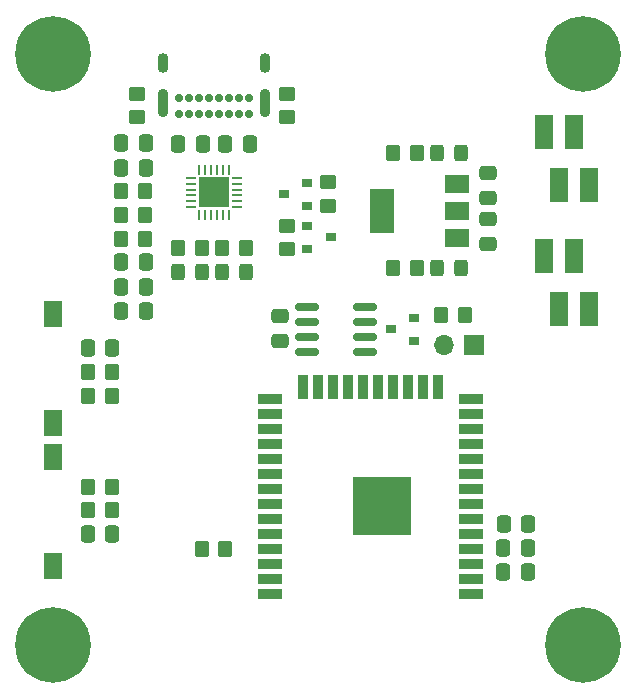
<source format=gbr>
%TF.GenerationSoftware,KiCad,Pcbnew,(6.0.2)*%
%TF.CreationDate,2022-05-29T19:06:36+02:00*%
%TF.ProjectId,PCB_ESP32_CAN,5043425f-4553-4503-9332-5f43414e2e6b,rev?*%
%TF.SameCoordinates,Original*%
%TF.FileFunction,Soldermask,Top*%
%TF.FilePolarity,Negative*%
%FSLAX46Y46*%
G04 Gerber Fmt 4.6, Leading zero omitted, Abs format (unit mm)*
G04 Created by KiCad (PCBNEW (6.0.2)) date 2022-05-29 19:06:36*
%MOMM*%
%LPD*%
G01*
G04 APERTURE LIST*
G04 Aperture macros list*
%AMRoundRect*
0 Rectangle with rounded corners*
0 $1 Rounding radius*
0 $2 $3 $4 $5 $6 $7 $8 $9 X,Y pos of 4 corners*
0 Add a 4 corners polygon primitive as box body*
4,1,4,$2,$3,$4,$5,$6,$7,$8,$9,$2,$3,0*
0 Add four circle primitives for the rounded corners*
1,1,$1+$1,$2,$3*
1,1,$1+$1,$4,$5*
1,1,$1+$1,$6,$7*
1,1,$1+$1,$8,$9*
0 Add four rect primitives between the rounded corners*
20,1,$1+$1,$2,$3,$4,$5,0*
20,1,$1+$1,$4,$5,$6,$7,0*
20,1,$1+$1,$6,$7,$8,$9,0*
20,1,$1+$1,$8,$9,$2,$3,0*%
G04 Aperture macros list end*
%ADD10RoundRect,0.250000X-0.337500X-0.475000X0.337500X-0.475000X0.337500X0.475000X-0.337500X0.475000X0*%
%ADD11RoundRect,0.250000X0.337500X0.475000X-0.337500X0.475000X-0.337500X-0.475000X0.337500X-0.475000X0*%
%ADD12RoundRect,0.250000X0.475000X-0.337500X0.475000X0.337500X-0.475000X0.337500X-0.475000X-0.337500X0*%
%ADD13RoundRect,0.250000X-0.475000X0.337500X-0.475000X-0.337500X0.475000X-0.337500X0.475000X0.337500X0*%
%ADD14RoundRect,0.250000X0.325000X0.450000X-0.325000X0.450000X-0.325000X-0.450000X0.325000X-0.450000X0*%
%ADD15RoundRect,0.250000X-0.325000X-0.450000X0.325000X-0.450000X0.325000X0.450000X-0.325000X0.450000X0*%
%ADD16R,0.900000X0.800000*%
%ADD17R,1.700000X1.700000*%
%ADD18O,1.700000X1.700000*%
%ADD19RoundRect,0.250000X0.350000X0.450000X-0.350000X0.450000X-0.350000X-0.450000X0.350000X-0.450000X0*%
%ADD20RoundRect,0.250000X-0.350000X-0.450000X0.350000X-0.450000X0.350000X0.450000X-0.350000X0.450000X0*%
%ADD21RoundRect,0.250000X0.450000X-0.350000X0.450000X0.350000X-0.450000X0.350000X-0.450000X-0.350000X0*%
%ADD22RoundRect,0.250000X-0.450000X0.350000X-0.450000X-0.350000X0.450000X-0.350000X0.450000X0.350000X0*%
%ADD23R,1.600000X2.180000*%
%ADD24R,2.000000X0.900000*%
%ADD25R,0.900000X2.000000*%
%ADD26R,5.000000X5.000000*%
%ADD27RoundRect,0.062500X-0.062500X0.350000X-0.062500X-0.350000X0.062500X-0.350000X0.062500X0.350000X0*%
%ADD28RoundRect,0.062500X-0.350000X0.062500X-0.350000X-0.062500X0.350000X-0.062500X0.350000X0.062500X0*%
%ADD29R,2.600000X2.600000*%
%ADD30RoundRect,0.150000X-0.825000X-0.150000X0.825000X-0.150000X0.825000X0.150000X-0.825000X0.150000X0*%
%ADD31R,2.000000X1.500000*%
%ADD32R,2.000000X3.800000*%
%ADD33C,0.800000*%
%ADD34C,6.400000*%
%ADD35R,1.500000X3.000000*%
%ADD36C,0.700000*%
%ADD37O,0.900000X2.400000*%
%ADD38O,0.900000X1.700000*%
G04 APERTURE END LIST*
D10*
%TO.C,C1*%
X119862500Y-117700000D03*
X121937500Y-117700000D03*
%TD*%
D11*
%TO.C,C2*%
X157125000Y-116900000D03*
X155050000Y-116900000D03*
%TD*%
D10*
%TO.C,C3*%
X155012500Y-118900000D03*
X157087500Y-118900000D03*
%TD*%
%TO.C,C5*%
X155012500Y-120900000D03*
X157087500Y-120900000D03*
%TD*%
D11*
%TO.C,C7*%
X124737500Y-98850000D03*
X122662500Y-98850000D03*
%TD*%
%TO.C,C8*%
X124737500Y-96800000D03*
X122662500Y-96800000D03*
%TD*%
%TO.C,C10*%
X124737500Y-94700000D03*
X122662500Y-94700000D03*
%TD*%
%TO.C,C11*%
X124737500Y-86700000D03*
X122662500Y-86700000D03*
%TD*%
D10*
%TO.C,C12*%
X119862500Y-102000000D03*
X121937500Y-102000000D03*
%TD*%
D12*
%TO.C,C13*%
X153700000Y-89237500D03*
X153700000Y-87162500D03*
%TD*%
D13*
%TO.C,C14*%
X153700000Y-91075000D03*
X153700000Y-93150000D03*
%TD*%
D12*
%TO.C,C15*%
X136150000Y-101337500D03*
X136150000Y-99262500D03*
%TD*%
D14*
%TO.C,TX*%
X129525000Y-95500000D03*
X127475000Y-95500000D03*
%TD*%
D15*
%TO.C,RX*%
X131225000Y-95500000D03*
X133275000Y-95500000D03*
%TD*%
%TO.C,3V3*%
X149400000Y-95200000D03*
X151450000Y-95200000D03*
%TD*%
%TO.C,5V*%
X149425000Y-85450000D03*
X151475000Y-85450000D03*
%TD*%
D16*
%TO.C,D5*%
X147485000Y-101350000D03*
X147485000Y-99450000D03*
X145485000Y-100400000D03*
%TD*%
D17*
%TO.C,120*%
X152540000Y-101700000D03*
D18*
X150000000Y-101700000D03*
%TD*%
D16*
%TO.C,Q1*%
X138450000Y-89914999D03*
X138450000Y-88014999D03*
X136450000Y-88964999D03*
%TD*%
%TO.C,Q2*%
X138450000Y-91650000D03*
X138450000Y-93550000D03*
X140450000Y-92600000D03*
%TD*%
D19*
%TO.C,R1*%
X121900000Y-115700000D03*
X119900000Y-115700000D03*
%TD*%
D20*
%TO.C,R2*%
X119900000Y-113700000D03*
X121900000Y-113700000D03*
%TD*%
%TO.C,R5*%
X119900000Y-106000000D03*
X121900000Y-106000000D03*
%TD*%
D19*
%TO.C,R6*%
X121900000Y-104000000D03*
X119900000Y-104000000D03*
%TD*%
%TO.C,R8*%
X131500000Y-119000000D03*
X129500000Y-119000000D03*
%TD*%
D20*
%TO.C,R9*%
X127500000Y-93500000D03*
X129500000Y-93500000D03*
%TD*%
D19*
%TO.C,R10*%
X133250000Y-93500000D03*
X131250000Y-93500000D03*
%TD*%
D21*
%TO.C,R11*%
X140200000Y-89950000D03*
X140200000Y-87950000D03*
%TD*%
D22*
%TO.C,R12*%
X136700000Y-91600000D03*
X136700000Y-93600000D03*
%TD*%
D19*
%TO.C,R13*%
X147700000Y-95200000D03*
X145700000Y-95200000D03*
%TD*%
%TO.C,R14*%
X147700000Y-85450000D03*
X145700000Y-85450000D03*
%TD*%
D20*
%TO.C,R15*%
X149750000Y-99200000D03*
X151750000Y-99200000D03*
%TD*%
D23*
%TO.C,RESET*%
X116900000Y-111210000D03*
X116900000Y-120390000D03*
%TD*%
%TO.C,BOOT*%
X116900000Y-99110000D03*
X116900000Y-108290000D03*
%TD*%
D24*
%TO.C,U1*%
X152300000Y-122805000D03*
X152300000Y-121535000D03*
X152300000Y-120265000D03*
X152300000Y-118995000D03*
X152300000Y-117725000D03*
X152300000Y-116455000D03*
X152300000Y-115185000D03*
X152300000Y-113915000D03*
X152300000Y-112645000D03*
X152300000Y-111375000D03*
X152300000Y-110105000D03*
X152300000Y-108835000D03*
X152300000Y-107565000D03*
X152300000Y-106295000D03*
D25*
X149515000Y-105295000D03*
X148245000Y-105295000D03*
X146975000Y-105295000D03*
X145705000Y-105295000D03*
X144435000Y-105295000D03*
X143165000Y-105295000D03*
X141895000Y-105295000D03*
X140625000Y-105295000D03*
X139355000Y-105295000D03*
X138085000Y-105295000D03*
D24*
X135300000Y-106295000D03*
X135300000Y-107565000D03*
X135300000Y-108835000D03*
X135300000Y-110105000D03*
X135300000Y-111375000D03*
X135300000Y-112645000D03*
X135300000Y-113915000D03*
X135300000Y-115185000D03*
X135300000Y-116455000D03*
X135300000Y-117725000D03*
X135300000Y-118995000D03*
X135300000Y-120265000D03*
X135300000Y-121535000D03*
X135300000Y-122805000D03*
D26*
X144800000Y-115305000D03*
%TD*%
D27*
%TO.C,U2*%
X131800000Y-86862500D03*
X131300000Y-86862500D03*
X130800000Y-86862500D03*
X130300000Y-86862500D03*
X129800000Y-86862500D03*
X129300000Y-86862500D03*
D28*
X128612500Y-87550000D03*
X128612500Y-88050000D03*
X128612500Y-88550000D03*
X128612500Y-89050000D03*
X128612500Y-89550000D03*
X128612500Y-90050000D03*
D27*
X129300000Y-90737500D03*
X129800000Y-90737500D03*
X130300000Y-90737500D03*
X130800000Y-90737500D03*
X131300000Y-90737500D03*
X131800000Y-90737500D03*
D28*
X132487500Y-90050000D03*
X132487500Y-89550000D03*
X132487500Y-89050000D03*
X132487500Y-88550000D03*
X132487500Y-88050000D03*
X132487500Y-87550000D03*
D29*
X130550000Y-88800000D03*
%TD*%
D30*
%TO.C,U3*%
X138375000Y-98495000D03*
X138375000Y-99765000D03*
X138375000Y-101035000D03*
X138375000Y-102305000D03*
X143325000Y-102305000D03*
X143325000Y-101035000D03*
X143325000Y-99765000D03*
X143325000Y-98495000D03*
%TD*%
D31*
%TO.C,U4*%
X151100000Y-92650000D03*
X151100000Y-90350000D03*
D32*
X144800000Y-90350000D03*
D31*
X151100000Y-88050000D03*
%TD*%
D33*
%TO.C,H2*%
X116900000Y-129475000D03*
D34*
X116900000Y-127075000D03*
D33*
X118597056Y-128772056D03*
X116900000Y-124675000D03*
X118597056Y-125377944D03*
X115202944Y-128772056D03*
X115202944Y-125377944D03*
X114500000Y-127075000D03*
X119300000Y-127075000D03*
%TD*%
%TO.C,H4*%
X163497056Y-125377944D03*
X160102944Y-125377944D03*
X164200000Y-127075000D03*
D34*
X161800000Y-127075000D03*
D33*
X159400000Y-127075000D03*
X160102944Y-128772056D03*
X161800000Y-124675000D03*
X161800000Y-129475000D03*
X163497056Y-128772056D03*
%TD*%
D11*
%TO.C,C9*%
X124737500Y-84650000D03*
X122662500Y-84650000D03*
%TD*%
D10*
%TO.C,C4*%
X131487500Y-84700000D03*
X133562500Y-84700000D03*
%TD*%
D11*
%TO.C,C6*%
X129562500Y-84700000D03*
X127487500Y-84700000D03*
%TD*%
D21*
%TO.C,R4*%
X124000000Y-82425000D03*
X124000000Y-80425000D03*
%TD*%
D22*
%TO.C,R3*%
X136750000Y-80425000D03*
X136750000Y-82425000D03*
%TD*%
D35*
%TO.C,J3*%
X158495000Y-94150000D03*
X159765000Y-98650000D03*
X161035000Y-94150000D03*
X162305000Y-98650000D03*
%TD*%
%TO.C,J2*%
X158495000Y-83700001D03*
X159765000Y-88200001D03*
X161035000Y-83700001D03*
X162305000Y-88200001D03*
%TD*%
D33*
%TO.C,H1*%
X119300000Y-77075000D03*
X114500000Y-77075000D03*
D34*
X116900000Y-77075000D03*
D33*
X116900000Y-79475000D03*
X115202944Y-75377944D03*
X115202944Y-78772056D03*
X118597056Y-78772056D03*
X116900000Y-74675000D03*
X118597056Y-75377944D03*
%TD*%
%TO.C,H3*%
X164200000Y-77075000D03*
X161800000Y-79475000D03*
X163497056Y-75377944D03*
X160102944Y-78772056D03*
D34*
X161800000Y-77075000D03*
D33*
X159400000Y-77075000D03*
X160102944Y-75377944D03*
X161800000Y-74675000D03*
X163497056Y-78772056D03*
%TD*%
D36*
%TO.C,J1*%
X133500000Y-82175000D03*
X132650000Y-82175000D03*
X131800000Y-82175000D03*
X130950000Y-82175000D03*
X130100000Y-82175000D03*
X129250000Y-82175000D03*
X128400000Y-82175000D03*
X127550000Y-82175000D03*
X127550000Y-80825000D03*
X128400000Y-80825000D03*
X129250000Y-80825000D03*
X130100000Y-80825000D03*
X130950000Y-80825000D03*
X131800000Y-80825000D03*
X132650000Y-80825000D03*
X133500000Y-80825000D03*
D37*
X126200000Y-81195000D03*
D38*
X134850000Y-77815000D03*
X126200000Y-77815000D03*
D37*
X134850000Y-81195000D03*
%TD*%
D20*
%TO.C,R7*%
X122700000Y-88700000D03*
X124700000Y-88700000D03*
%TD*%
D19*
%TO.C,R16*%
X124700000Y-90700000D03*
X122700000Y-90700000D03*
%TD*%
%TO.C,R17*%
X124700000Y-92700000D03*
X122700000Y-92700000D03*
%TD*%
M02*

</source>
